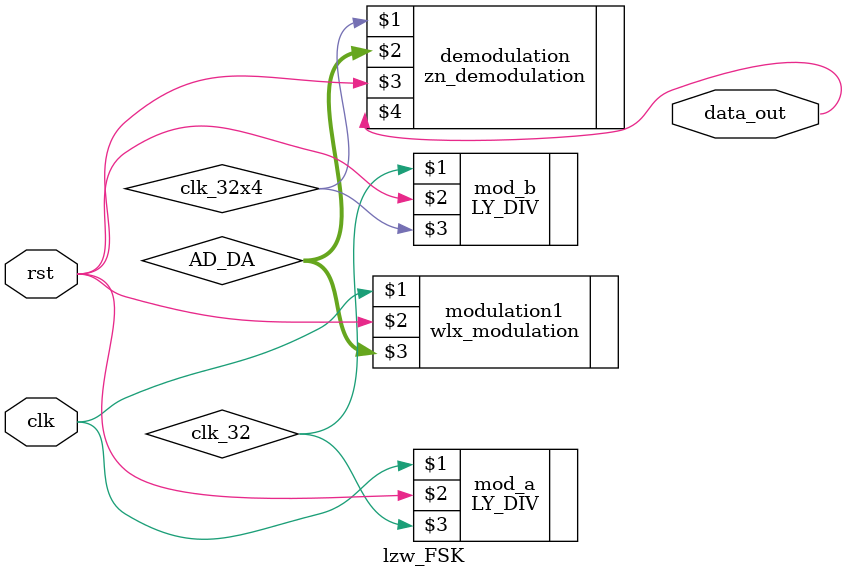
<source format=v>
module lzw_FSK(
	clk,	//输入时钟
	rst,	//输入复位信号
	data_out		//输出解调数据
);
	input clk;	//输入时钟
	input rst;	//输入复位信号
	output data_out;		//输出解调数据

	wire clk_32,clk_32x4;
	
	wire  [7:0] AD_DA;
	LY_DIV#(32)  	  mod_a(clk,rst,clk_32); 
	LY_DIV#(4) 	     mod_b(clk_32,rst,clk_32x4); 
	
	wlx_modulation    modulation1(clk,rst,AD_DA);
	zn_demodulation   demodulation(clk_32x4,AD_DA,rst,data_out);	
endmodule



</source>
